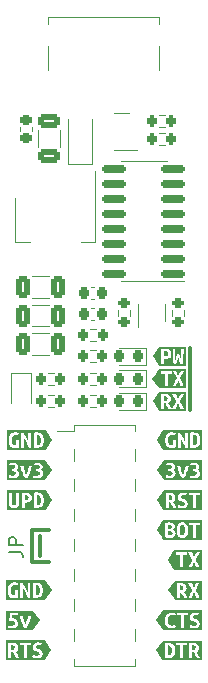
<source format=gto>
G04 #@! TF.GenerationSoftware,KiCad,Pcbnew,7.0.1*
G04 #@! TF.CreationDate,2023-08-15T21:07:27+02:00*
G04 #@! TF.ProjectId,ESP_PROG,4553505f-5052-44f4-972e-6b696361645f,rev?*
G04 #@! TF.SameCoordinates,Original*
G04 #@! TF.FileFunction,Legend,Top*
G04 #@! TF.FilePolarity,Positive*
%FSLAX46Y46*%
G04 Gerber Fmt 4.6, Leading zero omitted, Abs format (unit mm)*
G04 Created by KiCad (PCBNEW 7.0.1) date 2023-08-15 21:07:27*
%MOMM*%
%LPD*%
G01*
G04 APERTURE LIST*
G04 Aperture macros list*
%AMRoundRect*
0 Rectangle with rounded corners*
0 $1 Rounding radius*
0 $2 $3 $4 $5 $6 $7 $8 $9 X,Y pos of 4 corners*
0 Add a 4 corners polygon primitive as box body*
4,1,4,$2,$3,$4,$5,$6,$7,$8,$9,$2,$3,0*
0 Add four circle primitives for the rounded corners*
1,1,$1+$1,$2,$3*
1,1,$1+$1,$4,$5*
1,1,$1+$1,$6,$7*
1,1,$1+$1,$8,$9*
0 Add four rect primitives between the rounded corners*
20,1,$1+$1,$2,$3,$4,$5,0*
20,1,$1+$1,$4,$5,$6,$7,0*
20,1,$1+$1,$6,$7,$8,$9,0*
20,1,$1+$1,$8,$9,$2,$3,0*%
G04 Aperture macros list end*
%ADD10C,0.300000*%
%ADD11C,0.200000*%
%ADD12C,0.120000*%
%ADD13RoundRect,0.200000X-0.275000X0.200000X-0.275000X-0.200000X0.275000X-0.200000X0.275000X0.200000X0*%
%ADD14C,0.650000*%
%ADD15R,0.600000X1.450000*%
%ADD16R,0.300000X1.450000*%
%ADD17O,1.000000X2.100000*%
%ADD18O,1.000000X1.600000*%
%ADD19R,3.150000X1.000000*%
%ADD20RoundRect,0.225000X-0.225000X-0.250000X0.225000X-0.250000X0.225000X0.250000X-0.225000X0.250000X0*%
%ADD21RoundRect,0.200000X0.200000X0.275000X-0.200000X0.275000X-0.200000X-0.275000X0.200000X-0.275000X0*%
%ADD22RoundRect,0.250000X0.325000X0.650000X-0.325000X0.650000X-0.325000X-0.650000X0.325000X-0.650000X0*%
%ADD23RoundRect,0.150000X0.825000X0.150000X-0.825000X0.150000X-0.825000X-0.150000X0.825000X-0.150000X0*%
%ADD24RoundRect,0.200000X-0.200000X-0.275000X0.200000X-0.275000X0.200000X0.275000X-0.200000X0.275000X0*%
%ADD25R,0.700000X1.000000*%
%ADD26R,0.700000X0.600000*%
%ADD27R,1.500000X2.000000*%
%ADD28R,3.800000X2.000000*%
%ADD29RoundRect,0.218750X0.218750X0.256250X-0.218750X0.256250X-0.218750X-0.256250X0.218750X-0.256250X0*%
%ADD30RoundRect,0.250000X0.650000X-0.325000X0.650000X0.325000X-0.650000X0.325000X-0.650000X-0.325000X0*%
%ADD31RoundRect,0.225000X0.225000X0.250000X-0.225000X0.250000X-0.225000X-0.250000X0.225000X-0.250000X0*%
%ADD32R,0.450000X0.600000*%
%ADD33R,1.100000X1.100000*%
%ADD34R,0.600000X0.400000*%
%ADD35R,0.400000X0.650000*%
%ADD36RoundRect,0.225000X0.250000X-0.225000X0.250000X0.225000X-0.250000X0.225000X-0.250000X-0.225000X0*%
G04 APERTURE END LIST*
D10*
X46654540Y-72009000D02*
X48115040Y-72009000D01*
X46654540Y-74676000D02*
X46654540Y-72009000D01*
X47353040Y-74168000D02*
X47353040Y-72517000D01*
X60071000Y-61849000D02*
X60071000Y-56578500D01*
X48115040Y-74676000D02*
X46654540Y-74676000D01*
D11*
X44694142Y-73834571D02*
X45551285Y-73834571D01*
X45551285Y-73834571D02*
X45722714Y-73891714D01*
X45722714Y-73891714D02*
X45837000Y-74006000D01*
X45837000Y-74006000D02*
X45894142Y-74177428D01*
X45894142Y-74177428D02*
X45894142Y-74291714D01*
X45894142Y-73263142D02*
X44694142Y-73263142D01*
X44694142Y-73263142D02*
X44694142Y-72805999D01*
X44694142Y-72805999D02*
X44751285Y-72691714D01*
X44751285Y-72691714D02*
X44808428Y-72634571D01*
X44808428Y-72634571D02*
X44922714Y-72577428D01*
X44922714Y-72577428D02*
X45094142Y-72577428D01*
X45094142Y-72577428D02*
X45208428Y-72634571D01*
X45208428Y-72634571D02*
X45265571Y-72691714D01*
X45265571Y-72691714D02*
X45322714Y-72805999D01*
X45322714Y-72805999D02*
X45322714Y-73263142D01*
G36*
X46068401Y-67778435D02*
G01*
X45075737Y-67778435D01*
X44720772Y-67778435D01*
X44548793Y-67778435D01*
X44548793Y-67536289D01*
X44720772Y-67536289D01*
X44784748Y-67558990D01*
X44874521Y-67581691D01*
X44975645Y-67599233D01*
X45075737Y-67606456D01*
X45194918Y-67598975D01*
X45296558Y-67576532D01*
X45381172Y-67540416D01*
X45449276Y-67491918D01*
X45538017Y-67362934D01*
X45566909Y-67199897D01*
X45553237Y-67096194D01*
X45512220Y-67007969D01*
X45446438Y-66937285D01*
X45358471Y-66886207D01*
X45474041Y-66778892D01*
X45517379Y-66632366D01*
X45513431Y-66609665D01*
X45696926Y-66609665D01*
X45740845Y-66753289D01*
X45785925Y-66891109D01*
X45832166Y-67023124D01*
X45879567Y-67149336D01*
X45943200Y-67306754D01*
X46006144Y-67450185D01*
X46068401Y-67579627D01*
X46280967Y-67579627D01*
X46302156Y-67536289D01*
X46784522Y-67536289D01*
X46848498Y-67558990D01*
X46938271Y-67581691D01*
X47039395Y-67599233D01*
X47139487Y-67606456D01*
X47258668Y-67598975D01*
X47360308Y-67576532D01*
X47444922Y-67540416D01*
X47513026Y-67491918D01*
X47601767Y-67362934D01*
X47630659Y-67199897D01*
X47616987Y-67096194D01*
X47575970Y-67007969D01*
X47510188Y-66937285D01*
X47422221Y-66886207D01*
X47537791Y-66778892D01*
X47581129Y-66632366D01*
X47556364Y-66489967D01*
X47480006Y-66375429D01*
X47348957Y-66300102D01*
X47262538Y-66279981D01*
X47162188Y-66273274D01*
X47052551Y-66282819D01*
X46954781Y-66311453D01*
X46807223Y-66386780D01*
X46898028Y-66572517D01*
X47020821Y-66513701D01*
X47164252Y-66489967D01*
X47280854Y-66530211D01*
X47323161Y-66640621D01*
X47303555Y-66719044D01*
X47252993Y-66768574D01*
X47182826Y-66795402D01*
X47104403Y-66803657D01*
X47009471Y-66803657D01*
X47009471Y-67014160D01*
X47087893Y-67014160D01*
X47200883Y-67024221D01*
X47292204Y-67054403D01*
X47352569Y-67109866D01*
X47372691Y-67195770D01*
X47320065Y-67334041D01*
X47248092Y-67375832D01*
X47137423Y-67389763D01*
X47039653Y-67384087D01*
X46956845Y-67367061D01*
X46834052Y-67323722D01*
X46784522Y-67536289D01*
X46302156Y-67536289D01*
X46344255Y-67450185D01*
X46410295Y-67306754D01*
X46479087Y-67149336D01*
X46530552Y-67023124D01*
X46579695Y-66891109D01*
X46626516Y-66753289D01*
X46671016Y-66609665D01*
X46413047Y-66609665D01*
X46391635Y-66690667D01*
X46364549Y-66776829D01*
X46334108Y-66865828D01*
X46302636Y-66955343D01*
X46270390Y-67043826D01*
X46237628Y-67129730D01*
X46177779Y-67284511D01*
X46121026Y-67129730D01*
X46091360Y-67043826D01*
X46062209Y-66955343D01*
X46034091Y-66865828D01*
X46007520Y-66776829D01*
X45983529Y-66690667D01*
X45963149Y-66609665D01*
X45696926Y-66609665D01*
X45513431Y-66609665D01*
X45492614Y-66489967D01*
X45416256Y-66375429D01*
X45285207Y-66300102D01*
X45198788Y-66279981D01*
X45098438Y-66273274D01*
X44988801Y-66282819D01*
X44891031Y-66311453D01*
X44743473Y-66386780D01*
X44834278Y-66572517D01*
X44957071Y-66513701D01*
X45100502Y-66489967D01*
X45217104Y-66530211D01*
X45259411Y-66640621D01*
X45239805Y-66719044D01*
X45189243Y-66768574D01*
X45119076Y-66795402D01*
X45040653Y-66803657D01*
X44945721Y-66803657D01*
X44945721Y-67014160D01*
X45024143Y-67014160D01*
X45137133Y-67024221D01*
X45228454Y-67054403D01*
X45288819Y-67109866D01*
X45308941Y-67195770D01*
X45256315Y-67334041D01*
X45184342Y-67375832D01*
X45073673Y-67389763D01*
X44975903Y-67384087D01*
X44893095Y-67367061D01*
X44770302Y-67323722D01*
X44720772Y-67536289D01*
X44548793Y-67536289D01*
X44548793Y-66101295D01*
X44720772Y-66101295D01*
X47630659Y-66101295D01*
X47802638Y-66101295D01*
X48361685Y-66939865D01*
X47802638Y-67778435D01*
X47630659Y-67778435D01*
X47139487Y-67778435D01*
X46068401Y-67778435D01*
G37*
G36*
X46258800Y-69042062D02*
G01*
X46329741Y-69076888D01*
X46375402Y-69139574D01*
X46390622Y-69234764D01*
X46375144Y-69335114D01*
X46328709Y-69400896D01*
X46251835Y-69437270D01*
X46145035Y-69449394D01*
X46041848Y-69449394D01*
X46041848Y-69036644D01*
X46104792Y-69031485D01*
X46167737Y-69030453D01*
X46258800Y-69042062D01*
G37*
G36*
X47286289Y-69066569D02*
G01*
X47370903Y-69162533D01*
X47414242Y-69300804D01*
X47426624Y-69461777D01*
X47422755Y-69552840D01*
X47411146Y-69636164D01*
X47359552Y-69773403D01*
X47264620Y-69864208D01*
X47119125Y-69897228D01*
X47096424Y-69897228D01*
X47073723Y-69895164D01*
X47073723Y-69036644D01*
X47110870Y-69031485D01*
X47148018Y-69030453D01*
X47286289Y-69066569D01*
G37*
G36*
X46041848Y-70300347D02*
G01*
X45156499Y-70300347D01*
X44725175Y-70300347D01*
X44553196Y-70300347D01*
X44553196Y-69639259D01*
X44725175Y-69639259D01*
X44730335Y-69745543D01*
X44745813Y-69841507D01*
X44773674Y-69925605D01*
X44815980Y-69996288D01*
X44949092Y-70094316D01*
X45042735Y-70119855D01*
X45156499Y-70128368D01*
X45272069Y-70119855D01*
X45340153Y-70101539D01*
X45788007Y-70101539D01*
X46041848Y-70101539D01*
X46041848Y-70087093D01*
X46819882Y-70087093D01*
X46959185Y-70110826D01*
X47092297Y-70118049D01*
X47216896Y-70109020D01*
X47330660Y-70081934D01*
X47431526Y-70035241D01*
X47517429Y-69967396D01*
X47587339Y-69877365D01*
X47640222Y-69764116D01*
X47673500Y-69626103D01*
X47684593Y-69461777D01*
X47674532Y-69301062D01*
X47644350Y-69165629D01*
X47596110Y-69053670D01*
X47531875Y-68963381D01*
X47451647Y-68894504D01*
X47355425Y-68846779D01*
X47245788Y-68818919D01*
X47125317Y-68809632D01*
X46982918Y-68815823D01*
X46819882Y-68840588D01*
X46819882Y-70087093D01*
X46041848Y-70087093D01*
X46041848Y-69670216D01*
X46132653Y-69670216D01*
X46285256Y-69658865D01*
X46412864Y-69624813D01*
X46515479Y-69568060D01*
X46590576Y-69485854D01*
X46635635Y-69375443D01*
X46650654Y-69236828D01*
X46635749Y-69099589D01*
X46591035Y-68990554D01*
X46516510Y-68909724D01*
X46414928Y-68854117D01*
X46289039Y-68820753D01*
X46138844Y-68809632D01*
X46058358Y-68811696D01*
X45965489Y-68816855D01*
X45871589Y-68826142D01*
X45788007Y-68840588D01*
X45788007Y-70101539D01*
X45340153Y-70101539D01*
X45367002Y-70094316D01*
X45443360Y-70052783D01*
X45503209Y-69996288D01*
X45547064Y-69925605D01*
X45575440Y-69841507D01*
X45590919Y-69745543D01*
X45596078Y-69639259D01*
X45596078Y-68824078D01*
X45342237Y-68824078D01*
X45342237Y-69620686D01*
X45333982Y-69755861D01*
X45305089Y-69844603D01*
X45249368Y-69893101D01*
X45160627Y-69907547D01*
X45071885Y-69893101D01*
X45017196Y-69845634D01*
X44989335Y-69757925D01*
X44981080Y-69622749D01*
X44981080Y-68824078D01*
X44725175Y-68824078D01*
X44725175Y-69639259D01*
X44553196Y-69639259D01*
X44553196Y-68637653D01*
X44725175Y-68637653D01*
X47684593Y-68637653D01*
X47856572Y-68637653D01*
X48410804Y-69469000D01*
X47856572Y-70300347D01*
X47684593Y-70300347D01*
X47092297Y-70300347D01*
X46041848Y-70300347D01*
G37*
G36*
X45103398Y-81752587D02*
G01*
X45175114Y-81788186D01*
X45221548Y-81849067D01*
X45237026Y-81936776D01*
X45179241Y-82080207D01*
X45103398Y-82118129D01*
X44991440Y-82130769D01*
X44935719Y-82130769D01*
X44935719Y-81746911D01*
X44976994Y-81741752D01*
X45012077Y-81740720D01*
X45103398Y-81752587D01*
G37*
G36*
X46246200Y-83010614D02*
G01*
X45579609Y-83010614D01*
X44681877Y-83010614D01*
X44509898Y-83010614D01*
X44509898Y-82811806D01*
X44681877Y-82811806D01*
X44935719Y-82811806D01*
X44935719Y-82341271D01*
X45067799Y-82341271D01*
X45137708Y-82458131D01*
X45202974Y-82573443D01*
X45262049Y-82690303D01*
X45313385Y-82811806D01*
X45579609Y-82811806D01*
X45520792Y-82676631D01*
X45449592Y-82534232D01*
X45373234Y-82398025D01*
X45298939Y-82279359D01*
X45389228Y-82221058D01*
X45449592Y-82141088D01*
X45483644Y-82045123D01*
X45494995Y-81938840D01*
X45486482Y-81838490D01*
X45460943Y-81752071D01*
X45455540Y-81744848D01*
X45653904Y-81744848D01*
X45990295Y-81744848D01*
X45990295Y-82811806D01*
X46246200Y-82811806D01*
X46246200Y-82741639D01*
X46716735Y-82741639D01*
X46859134Y-82804583D01*
X46970060Y-82830122D01*
X47112975Y-82838635D01*
X47257781Y-82827743D01*
X47375759Y-82795067D01*
X47466908Y-82740607D01*
X47554359Y-82622199D01*
X47583510Y-82463033D01*
X47574739Y-82366810D01*
X47548426Y-82288646D01*
X47458653Y-82173076D01*
X47338955Y-82098781D01*
X47214099Y-82048219D01*
X47134644Y-82017263D01*
X47062413Y-81979083D01*
X47009787Y-81929553D01*
X46989150Y-81864545D01*
X47011622Y-81783142D01*
X47079038Y-81734300D01*
X47191397Y-81718019D01*
X47336892Y-81738656D01*
X47451430Y-81788186D01*
X47525725Y-81592130D01*
X47378167Y-81532281D01*
X47282976Y-81512160D01*
X47172824Y-81505453D01*
X47046362Y-81516689D01*
X46939390Y-81550397D01*
X46851910Y-81606576D01*
X46764459Y-81727306D01*
X46735309Y-81887246D01*
X46768329Y-82038932D01*
X46851910Y-82141088D01*
X46964385Y-82209191D01*
X47084082Y-82256658D01*
X47170760Y-82292773D01*
X47249182Y-82336112D01*
X47306967Y-82390801D01*
X47329669Y-82460969D01*
X47320382Y-82521850D01*
X47286330Y-82575507D01*
X47219258Y-82612655D01*
X47112975Y-82626069D01*
X47010045Y-82618846D01*
X46924142Y-82597176D01*
X46791030Y-82535264D01*
X46716735Y-82741639D01*
X46246200Y-82741639D01*
X46246200Y-81744848D01*
X46582591Y-81744848D01*
X46582591Y-81534345D01*
X45653904Y-81534345D01*
X45653904Y-81744848D01*
X45455540Y-81744848D01*
X45362915Y-81621023D01*
X45292747Y-81576136D01*
X45210197Y-81544664D01*
X45116297Y-81526090D01*
X45012077Y-81519899D01*
X44939846Y-81521963D01*
X44853169Y-81527122D01*
X44763395Y-81537441D01*
X44681877Y-81552919D01*
X44681877Y-82811806D01*
X44509898Y-82811806D01*
X44509898Y-81333474D01*
X44681877Y-81333474D01*
X47583510Y-81333474D01*
X47755489Y-81333474D01*
X48314536Y-82172044D01*
X47755489Y-83010614D01*
X47583510Y-83010614D01*
X47112975Y-83010614D01*
X46246200Y-83010614D01*
G37*
D12*
X55005500Y-53356742D02*
X55005500Y-53831258D01*
X53960500Y-53356742D02*
X53960500Y-53831258D01*
X57405000Y-33015000D02*
X57405000Y-31015000D01*
X57405000Y-29115000D02*
X57405000Y-28575000D01*
X57405000Y-28575000D02*
X48005000Y-28575000D01*
X48005000Y-33015000D02*
X48005000Y-31015000D01*
X48005000Y-29115000D02*
X48005000Y-28575000D01*
X48759040Y-63638672D02*
X50199040Y-63638672D01*
X50199040Y-63068672D02*
X50199040Y-63638672D01*
X50199040Y-63068672D02*
X55399040Y-63068672D01*
X50199040Y-65158672D02*
X50199040Y-66178672D01*
X50199040Y-67698672D02*
X50199040Y-68718672D01*
X50199040Y-70238672D02*
X50199040Y-71258672D01*
X50199040Y-72778672D02*
X50199040Y-73798672D01*
X50199040Y-75318672D02*
X50199040Y-76338672D01*
X50199040Y-77858672D02*
X50199040Y-78878672D01*
X50199040Y-80398672D02*
X50199040Y-81418672D01*
X50199040Y-82938672D02*
X50199040Y-83508672D01*
X50199040Y-83508672D02*
X55399040Y-83508672D01*
X55399040Y-63068672D02*
X55399040Y-63638672D01*
X55399040Y-65158672D02*
X55399040Y-66178672D01*
X55399040Y-67698672D02*
X55399040Y-68718672D01*
X55399040Y-70238672D02*
X55399040Y-71258672D01*
X55399040Y-72778672D02*
X55399040Y-73798672D01*
X55399040Y-75318672D02*
X55399040Y-76338672D01*
X55399040Y-77858672D02*
X55399040Y-78878672D01*
X55399040Y-80398672D02*
X55399040Y-81418672D01*
X55399040Y-82938672D02*
X55399040Y-83508672D01*
G36*
X60537351Y-63986186D02*
G01*
X60621965Y-64082150D01*
X60665303Y-64220421D01*
X60677686Y-64381394D01*
X60673816Y-64472457D01*
X60662208Y-64555781D01*
X60610614Y-64693020D01*
X60515682Y-64783825D01*
X60370187Y-64816845D01*
X60347486Y-64816845D01*
X60324785Y-64814782D01*
X60324785Y-63956261D01*
X60361932Y-63951102D01*
X60399080Y-63950070D01*
X60537351Y-63986186D01*
G37*
G36*
X59660257Y-65219964D02*
G01*
X58473601Y-65219964D01*
X57951472Y-65219964D01*
X57779493Y-65219964D01*
X57220446Y-64381394D01*
X57951472Y-64381394D01*
X57960759Y-64536433D01*
X57988620Y-64671351D01*
X58033506Y-64785889D01*
X58093871Y-64879790D01*
X58168940Y-64953053D01*
X58257939Y-65005678D01*
X58359837Y-65037409D01*
X58473601Y-65047985D01*
X58599748Y-65042826D01*
X58705773Y-65027348D01*
X58729337Y-65021156D01*
X59022558Y-65021156D01*
X59251635Y-65021156D01*
X59251635Y-64172955D01*
X59328337Y-64314551D01*
X59401601Y-64455918D01*
X59471424Y-64597056D01*
X59537808Y-64738193D01*
X59600752Y-64879560D01*
X59660257Y-65021156D01*
X59864568Y-65021156D01*
X59864568Y-65006710D01*
X60070943Y-65006710D01*
X60210247Y-65030443D01*
X60343358Y-65037666D01*
X60467957Y-65028638D01*
X60581722Y-65001551D01*
X60682587Y-64954859D01*
X60768491Y-64887013D01*
X60838401Y-64796982D01*
X60891284Y-64683733D01*
X60924562Y-64545720D01*
X60935655Y-64381394D01*
X60925594Y-64220679D01*
X60895412Y-64085246D01*
X60847171Y-63973287D01*
X60782937Y-63882998D01*
X60702709Y-63814121D01*
X60606487Y-63766396D01*
X60496850Y-63738536D01*
X60376378Y-63729249D01*
X60233980Y-63735440D01*
X60070943Y-63760205D01*
X60070943Y-65006710D01*
X59864568Y-65006710D01*
X59864568Y-63743695D01*
X59635492Y-63743695D01*
X59635492Y-64529984D01*
X59599119Y-64449498D01*
X59556038Y-64356629D01*
X59507540Y-64256021D01*
X59454914Y-64152318D01*
X59399451Y-64046809D01*
X59342440Y-63940783D01*
X59284655Y-63838370D01*
X59226870Y-63743695D01*
X59022558Y-63743695D01*
X59022558Y-65021156D01*
X58729337Y-65021156D01*
X58847140Y-64990200D01*
X58847140Y-64352501D01*
X58593298Y-64352501D01*
X58593298Y-64818909D01*
X58543768Y-64825100D01*
X58494238Y-64827164D01*
X58370929Y-64800077D01*
X58281672Y-64718817D01*
X58241544Y-64633171D01*
X58217467Y-64520697D01*
X58209441Y-64381394D01*
X58213826Y-64286719D01*
X58226983Y-64200816D01*
X58284768Y-64060481D01*
X58386923Y-63968644D01*
X58539641Y-63935624D01*
X58675848Y-63958325D01*
X58787291Y-64009919D01*
X58853331Y-63807671D01*
X58811024Y-63782906D01*
X58739825Y-63751950D01*
X58637669Y-63726153D01*
X58504557Y-63714803D01*
X58392599Y-63725379D01*
X58287863Y-63757110D01*
X58193447Y-63809993D01*
X58112445Y-63884030D01*
X58045889Y-63978705D01*
X57994811Y-64093501D01*
X57962307Y-64227903D01*
X57951472Y-64381394D01*
X57220446Y-64381394D01*
X57779493Y-63542824D01*
X57951472Y-63542824D01*
X60935655Y-63542824D01*
X61107634Y-63542824D01*
X61107634Y-65219964D01*
X60935655Y-65219964D01*
X60343358Y-65219964D01*
X59660257Y-65219964D01*
G37*
X51675420Y-51433000D02*
X51956580Y-51433000D01*
X51675420Y-52453000D02*
X51956580Y-52453000D01*
G36*
X58084017Y-56863476D02*
G01*
X58154958Y-56898302D01*
X58200619Y-56960988D01*
X58215839Y-57056179D01*
X58200361Y-57156529D01*
X58153926Y-57222311D01*
X58077051Y-57258684D01*
X57970252Y-57270809D01*
X57867065Y-57270809D01*
X57867065Y-56858059D01*
X57930009Y-56852899D01*
X57992954Y-56851868D01*
X58084017Y-56863476D01*
G37*
G36*
X57867065Y-58094933D02*
G01*
X57613224Y-58094933D01*
X57441245Y-58094933D01*
X57326592Y-57922954D01*
X57613224Y-57922954D01*
X57867065Y-57922954D01*
X57867065Y-57491630D01*
X57957870Y-57491630D01*
X58110473Y-57480279D01*
X58238081Y-57446228D01*
X58340696Y-57389474D01*
X58415793Y-57307268D01*
X58460852Y-57196858D01*
X58475871Y-57058242D01*
X58460966Y-56921003D01*
X58416252Y-56811968D01*
X58341727Y-56731138D01*
X58240145Y-56675532D01*
X58126798Y-56645492D01*
X58581122Y-56645492D01*
X58585766Y-56803111D01*
X58591441Y-56966406D01*
X58598406Y-57132022D01*
X58606919Y-57296606D01*
X58616980Y-57459642D01*
X58628589Y-57620614D01*
X58642003Y-57776170D01*
X58657481Y-57922954D01*
X58867984Y-57922954D01*
X58911322Y-57787262D01*
X58958789Y-57640220D01*
X59007287Y-57493178D01*
X59053721Y-57357486D01*
X59099124Y-57497047D01*
X59144526Y-57643316D01*
X59189929Y-57788036D01*
X59235331Y-57922954D01*
X59445834Y-57922954D01*
X59459506Y-57776428D01*
X59471631Y-57621646D01*
X59482207Y-57461448D01*
X59491236Y-57298669D01*
X59498975Y-57134085D01*
X59505682Y-56968469D01*
X59511874Y-56804659D01*
X59518065Y-56645492D01*
X59282797Y-56645492D01*
X59283313Y-56769575D01*
X59284861Y-56898302D01*
X59286925Y-57028576D01*
X59288989Y-57157303D01*
X59291052Y-57283965D01*
X59293116Y-57408048D01*
X59294664Y-57526972D01*
X59295180Y-57638156D01*
X59248746Y-57473056D01*
X59205407Y-57322402D01*
X59169291Y-57194450D01*
X59144526Y-57097454D01*
X58958789Y-57097454D01*
X58929896Y-57198578D01*
X58889653Y-57338912D01*
X58844251Y-57493694D01*
X58801944Y-57638156D01*
X58802460Y-57526972D01*
X58804007Y-57408048D01*
X58806071Y-57283707D01*
X58808135Y-57156271D01*
X58810199Y-57027028D01*
X58812262Y-56897270D01*
X58814326Y-56769317D01*
X58816390Y-56645492D01*
X58581122Y-56645492D01*
X58126798Y-56645492D01*
X58114256Y-56642168D01*
X57964061Y-56631046D01*
X57883575Y-56633110D01*
X57790706Y-56638269D01*
X57696806Y-56647556D01*
X57613224Y-56662002D01*
X57613224Y-57922954D01*
X57326592Y-57922954D01*
X56895956Y-57277000D01*
X57441245Y-56459067D01*
X57613224Y-56459067D01*
X59518065Y-56459067D01*
X59690044Y-56459067D01*
X59690044Y-58094933D01*
X59518065Y-58094933D01*
X59445834Y-58094933D01*
X57867065Y-58094933D01*
G37*
G36*
X58416750Y-69059215D02*
G01*
X58488465Y-69094814D01*
X58534900Y-69155695D01*
X58550378Y-69243404D01*
X58492593Y-69386835D01*
X58416750Y-69424757D01*
X58304792Y-69437397D01*
X58249070Y-69437397D01*
X58249070Y-69053539D01*
X58290345Y-69048380D01*
X58325429Y-69047348D01*
X58416750Y-69059215D01*
G37*
G36*
X59394452Y-70317242D02*
G01*
X58892960Y-70317242D01*
X57995229Y-70317242D01*
X57823250Y-70317242D01*
X57690711Y-70118434D01*
X57995229Y-70118434D01*
X58249070Y-70118434D01*
X58249070Y-69647899D01*
X58381150Y-69647899D01*
X58451060Y-69764759D01*
X58516326Y-69880071D01*
X58575401Y-69996931D01*
X58626737Y-70118434D01*
X58892960Y-70118434D01*
X58862429Y-70048267D01*
X58998212Y-70048267D01*
X59140610Y-70111211D01*
X59251537Y-70136750D01*
X59394452Y-70145263D01*
X59539258Y-70134371D01*
X59657236Y-70101695D01*
X59748385Y-70047235D01*
X59835836Y-69928827D01*
X59864987Y-69769661D01*
X59856216Y-69673438D01*
X59829903Y-69595274D01*
X59740130Y-69479704D01*
X59620432Y-69405409D01*
X59495575Y-69354847D01*
X59416121Y-69323891D01*
X59343890Y-69285711D01*
X59291264Y-69236181D01*
X59270627Y-69171173D01*
X59293099Y-69089770D01*
X59360514Y-69040928D01*
X59472874Y-69024647D01*
X59618368Y-69045284D01*
X59732907Y-69094814D01*
X59749330Y-69051476D01*
X59999130Y-69051476D01*
X60335522Y-69051476D01*
X60335522Y-70118434D01*
X60591427Y-70118434D01*
X60591427Y-69051476D01*
X60927818Y-69051476D01*
X60927818Y-68840973D01*
X59999130Y-68840973D01*
X59999130Y-69051476D01*
X59749330Y-69051476D01*
X59807202Y-68898758D01*
X59659643Y-68838909D01*
X59564453Y-68818788D01*
X59454300Y-68812081D01*
X59327838Y-68823317D01*
X59220867Y-68857025D01*
X59133387Y-68913204D01*
X59045936Y-69033934D01*
X59016785Y-69193874D01*
X59049805Y-69345560D01*
X59133387Y-69447716D01*
X59245862Y-69515819D01*
X59365559Y-69563286D01*
X59452237Y-69599401D01*
X59530659Y-69642740D01*
X59588444Y-69697429D01*
X59611145Y-69767597D01*
X59601858Y-69828478D01*
X59567807Y-69882135D01*
X59500735Y-69919283D01*
X59394452Y-69932697D01*
X59291522Y-69925474D01*
X59205618Y-69903804D01*
X59072507Y-69841892D01*
X58998212Y-70048267D01*
X58862429Y-70048267D01*
X58834143Y-69983259D01*
X58762944Y-69840860D01*
X58686585Y-69704653D01*
X58612290Y-69585987D01*
X58702579Y-69527686D01*
X58762944Y-69447716D01*
X58796996Y-69351751D01*
X58808347Y-69245468D01*
X58799834Y-69145118D01*
X58774295Y-69058699D01*
X58676267Y-68927651D01*
X58606099Y-68882764D01*
X58523549Y-68851292D01*
X58429648Y-68832718D01*
X58325429Y-68826527D01*
X58253198Y-68828591D01*
X58166520Y-68833750D01*
X58076747Y-68844069D01*
X57995229Y-68859547D01*
X57995229Y-70118434D01*
X57690711Y-70118434D01*
X57264203Y-69478672D01*
X57823250Y-68640102D01*
X57995229Y-68640102D01*
X60927818Y-68640102D01*
X61099797Y-68640102D01*
X61099797Y-70317242D01*
X60927818Y-70317242D01*
X60591427Y-70317242D01*
X59394452Y-70317242D01*
G37*
G36*
X58022362Y-60673734D02*
G01*
X58094077Y-60709334D01*
X58140512Y-60770214D01*
X58155990Y-60857924D01*
X58098205Y-61001354D01*
X58022362Y-61039276D01*
X57910404Y-61051916D01*
X57854682Y-61051916D01*
X57854682Y-60668059D01*
X57895957Y-60662899D01*
X57931041Y-60661868D01*
X58022362Y-60673734D01*
G37*
G36*
X58498572Y-61904933D02*
G01*
X57600841Y-61904933D01*
X57428862Y-61904933D01*
X57314209Y-61732954D01*
X57600841Y-61732954D01*
X57854682Y-61732954D01*
X57854682Y-61262419D01*
X57986762Y-61262419D01*
X58056672Y-61379279D01*
X58121938Y-61494591D01*
X58181013Y-61611450D01*
X58232349Y-61732954D01*
X58498572Y-61732954D01*
X58543975Y-61732954D01*
X58818454Y-61732954D01*
X58865920Y-61621253D01*
X58921641Y-61496654D01*
X58981490Y-61367928D01*
X59041339Y-61243845D01*
X59101961Y-61371798D01*
X59160004Y-61499750D01*
X59212372Y-61622027D01*
X59255969Y-61732954D01*
X59530447Y-61732954D01*
X59474726Y-61597778D01*
X59436805Y-61515228D01*
X59393208Y-61426487D01*
X59344968Y-61333360D01*
X59293116Y-61237654D01*
X59238943Y-61142721D01*
X59183737Y-61051916D01*
X59509810Y-60455492D01*
X59253905Y-60455492D01*
X59041339Y-60864115D01*
X58839091Y-60455492D01*
X58564612Y-60455492D01*
X58898940Y-61058108D01*
X58848378Y-61148655D01*
X58795752Y-61242813D01*
X58743385Y-61337488D01*
X58693597Y-61429583D01*
X58647162Y-61517292D01*
X58604856Y-61598810D01*
X58543975Y-61732954D01*
X58498572Y-61732954D01*
X58439756Y-61597778D01*
X58368556Y-61455379D01*
X58292197Y-61319172D01*
X58217902Y-61200506D01*
X58308191Y-61142205D01*
X58368556Y-61062235D01*
X58402608Y-60966271D01*
X58413959Y-60859987D01*
X58405446Y-60759638D01*
X58379907Y-60673218D01*
X58281879Y-60542170D01*
X58211711Y-60497283D01*
X58129161Y-60465811D01*
X58035261Y-60447237D01*
X57931041Y-60441046D01*
X57858810Y-60443110D01*
X57772132Y-60448269D01*
X57682359Y-60458588D01*
X57600841Y-60474066D01*
X57600841Y-61732954D01*
X57314209Y-61732954D01*
X56883573Y-61087000D01*
X57428862Y-60269067D01*
X57600841Y-60269067D01*
X59530447Y-60269067D01*
X59702427Y-60269067D01*
X59702427Y-61904933D01*
X59530447Y-61904933D01*
X59255969Y-61904933D01*
X58498572Y-61904933D01*
G37*
X52052440Y-61619641D02*
X51577924Y-61619641D01*
X52052440Y-60574641D02*
X51577924Y-60574641D01*
G36*
X58525195Y-72122123D02*
G01*
X58584012Y-72255235D01*
X58563374Y-72347072D01*
X58510748Y-72402793D01*
X58437485Y-72429622D01*
X58352872Y-72436845D01*
X58289927Y-72434782D01*
X58231110Y-72428590D01*
X58231110Y-72081880D01*
X58367318Y-72081880D01*
X58525195Y-72122123D01*
G37*
G36*
X58414784Y-71575230D02*
G01*
X58472569Y-71595867D01*
X58511780Y-71639206D01*
X58526227Y-71712469D01*
X58476697Y-71829071D01*
X58330170Y-71871378D01*
X58231110Y-71871378D01*
X58231110Y-71578325D01*
X58286832Y-71572134D01*
X58346680Y-71570070D01*
X58414784Y-71575230D01*
G37*
G36*
X59518890Y-71590708D02*
G01*
X59579771Y-71685640D01*
X59608663Y-71827007D01*
X59614081Y-71911363D01*
X59615887Y-72001394D01*
X59614081Y-72091167D01*
X59608663Y-72174749D01*
X59579771Y-72316116D01*
X59517858Y-72412080D01*
X59413639Y-72447164D01*
X59308388Y-72412080D01*
X59247507Y-72317148D01*
X59218615Y-72175781D01*
X59213197Y-72091425D01*
X59211392Y-72001394D01*
X59213197Y-71911621D01*
X59218615Y-71828039D01*
X59247507Y-71686672D01*
X59308388Y-71590708D01*
X59413639Y-71555624D01*
X59518890Y-71590708D01*
G37*
G36*
X59415703Y-72839964D02*
G01*
X58332234Y-72839964D01*
X57977269Y-72839964D01*
X57805290Y-72839964D01*
X57658993Y-72620519D01*
X57977269Y-72620519D01*
X58066526Y-72636771D01*
X58156815Y-72648380D01*
X58246073Y-72655345D01*
X58332234Y-72657666D01*
X58434132Y-72652765D01*
X58529322Y-72638061D01*
X58614968Y-72611748D01*
X58688231Y-72572021D01*
X58794514Y-72448196D01*
X58823923Y-72361260D01*
X58833725Y-72255235D01*
X58822117Y-72168558D01*
X58787291Y-72086008D01*
X58719961Y-72013776D01*
X58695713Y-72001394D01*
X58953423Y-72001394D01*
X58960839Y-72156369D01*
X58983089Y-72291093D01*
X59020172Y-72405567D01*
X59072088Y-72499790D01*
X59163008Y-72593232D01*
X59277546Y-72649297D01*
X59415703Y-72667985D01*
X59550535Y-72649297D01*
X59663353Y-72593232D01*
X59754158Y-72499790D01*
X59806526Y-72405567D01*
X59843931Y-72291093D01*
X59866374Y-72156369D01*
X59873855Y-72001394D01*
X59866503Y-71846419D01*
X59844447Y-71711695D01*
X59807686Y-71597221D01*
X59795111Y-71574198D01*
X59981170Y-71574198D01*
X60317562Y-71574198D01*
X60317562Y-72641156D01*
X60573467Y-72641156D01*
X60573467Y-71574198D01*
X60909858Y-71574198D01*
X60909858Y-71363695D01*
X59981170Y-71363695D01*
X59981170Y-71574198D01*
X59795111Y-71574198D01*
X59756222Y-71502998D01*
X59665875Y-71409556D01*
X59551681Y-71353491D01*
X59413639Y-71334803D01*
X59279725Y-71353491D01*
X59166906Y-71409556D01*
X59075184Y-71502998D01*
X59021914Y-71597221D01*
X58983863Y-71711695D01*
X58961033Y-71846419D01*
X58953423Y-72001394D01*
X58695713Y-72001394D01*
X58610840Y-71958055D01*
X58729506Y-71846613D01*
X58762784Y-71771286D01*
X58773877Y-71685640D01*
X58755303Y-71565943D01*
X58685135Y-71457596D01*
X58542737Y-71379173D01*
X58438517Y-71356730D01*
X58307469Y-71349249D01*
X58136178Y-71358536D01*
X57977269Y-71380205D01*
X57977269Y-72620519D01*
X57658993Y-72620519D01*
X57246243Y-72001394D01*
X57805290Y-71162824D01*
X57977269Y-71162824D01*
X60909858Y-71162824D01*
X61081837Y-71162824D01*
X61081837Y-72839964D01*
X60909858Y-72839964D01*
X60573467Y-72839964D01*
X59415703Y-72839964D01*
G37*
G36*
X47278304Y-63986186D02*
G01*
X47362918Y-64082150D01*
X47406257Y-64220421D01*
X47418639Y-64381394D01*
X47414769Y-64472457D01*
X47403161Y-64555781D01*
X47351567Y-64693020D01*
X47256635Y-64783825D01*
X47111140Y-64816845D01*
X47088439Y-64816845D01*
X47065738Y-64814782D01*
X47065738Y-63956261D01*
X47102885Y-63951102D01*
X47140033Y-63950070D01*
X47278304Y-63986186D01*
G37*
G36*
X46401210Y-65219964D02*
G01*
X45214554Y-65219964D01*
X44692425Y-65219964D01*
X44520446Y-65219964D01*
X44520446Y-64381394D01*
X44692425Y-64381394D01*
X44701712Y-64536433D01*
X44729573Y-64671351D01*
X44774459Y-64785889D01*
X44834824Y-64879790D01*
X44909893Y-64953053D01*
X44998892Y-65005678D01*
X45100790Y-65037409D01*
X45214554Y-65047985D01*
X45340701Y-65042826D01*
X45446726Y-65027348D01*
X45470290Y-65021156D01*
X45763512Y-65021156D01*
X45992588Y-65021156D01*
X45992588Y-64172955D01*
X46069290Y-64314551D01*
X46142554Y-64455918D01*
X46212377Y-64597056D01*
X46278761Y-64738193D01*
X46341705Y-64879560D01*
X46401210Y-65021156D01*
X46605522Y-65021156D01*
X46605522Y-65006710D01*
X46811897Y-65006710D01*
X46951200Y-65030443D01*
X47084312Y-65037666D01*
X47208910Y-65028638D01*
X47322675Y-65001551D01*
X47423540Y-64954859D01*
X47509444Y-64887013D01*
X47579354Y-64796982D01*
X47632237Y-64683733D01*
X47665515Y-64545720D01*
X47676608Y-64381394D01*
X47666547Y-64220679D01*
X47636365Y-64085246D01*
X47588124Y-63973287D01*
X47523890Y-63882998D01*
X47443662Y-63814121D01*
X47347440Y-63766396D01*
X47237803Y-63738536D01*
X47117332Y-63729249D01*
X46974933Y-63735440D01*
X46811897Y-63760205D01*
X46811897Y-65006710D01*
X46605522Y-65006710D01*
X46605522Y-63743695D01*
X46376445Y-63743695D01*
X46376445Y-64529984D01*
X46340072Y-64449498D01*
X46296991Y-64356629D01*
X46248493Y-64256021D01*
X46195867Y-64152318D01*
X46140404Y-64046809D01*
X46083393Y-63940783D01*
X46025608Y-63838370D01*
X45967823Y-63743695D01*
X45763512Y-63743695D01*
X45763512Y-65021156D01*
X45470290Y-65021156D01*
X45588093Y-64990200D01*
X45588093Y-64352501D01*
X45334252Y-64352501D01*
X45334252Y-64818909D01*
X45284722Y-64825100D01*
X45235192Y-64827164D01*
X45111882Y-64800077D01*
X45022625Y-64718817D01*
X44982497Y-64633171D01*
X44958420Y-64520697D01*
X44950394Y-64381394D01*
X44954779Y-64286719D01*
X44967936Y-64200816D01*
X45025721Y-64060481D01*
X45127877Y-63968644D01*
X45280594Y-63935624D01*
X45416802Y-63958325D01*
X45528244Y-64009919D01*
X45594284Y-63807671D01*
X45551977Y-63782906D01*
X45480778Y-63751950D01*
X45378622Y-63726153D01*
X45245510Y-63714803D01*
X45133552Y-63725379D01*
X45028817Y-63757110D01*
X44934400Y-63809993D01*
X44853398Y-63884030D01*
X44786842Y-63978705D01*
X44735764Y-64093501D01*
X44703260Y-64227903D01*
X44692425Y-64381394D01*
X44520446Y-64381394D01*
X44520446Y-63542824D01*
X44692425Y-63542824D01*
X47676608Y-63542824D01*
X47848587Y-63542824D01*
X48407634Y-64381394D01*
X47848587Y-65219964D01*
X47676608Y-65219964D01*
X47084312Y-65219964D01*
X46401210Y-65219964D01*
G37*
X48497258Y-59704500D02*
X48022742Y-59704500D01*
X48497258Y-58659500D02*
X48022742Y-58659500D01*
G36*
X59542780Y-80475336D02*
G01*
X58477885Y-80475336D01*
X57922737Y-80475336D01*
X57750757Y-80475336D01*
X57191710Y-79636766D01*
X57922737Y-79636766D01*
X57931637Y-79787549D01*
X57958336Y-79920016D01*
X58002836Y-80034167D01*
X58065135Y-80130002D01*
X58174285Y-80226311D01*
X58311868Y-80284096D01*
X58477885Y-80303357D01*
X58590618Y-80296392D01*
X58689420Y-80275497D01*
X58834914Y-80214616D01*
X58770938Y-80014432D01*
X58666718Y-80059835D01*
X58502650Y-80082536D01*
X58355350Y-80053386D01*
X58256032Y-79965934D01*
X58214184Y-79876849D01*
X58189075Y-79765062D01*
X58180705Y-79630575D01*
X58187671Y-79515005D01*
X58208566Y-79420072D01*
X58280797Y-79284897D01*
X58381921Y-79212665D01*
X58498523Y-79190996D01*
X58652272Y-79212665D01*
X58766810Y-79265291D01*
X58785005Y-79209570D01*
X58950484Y-79209570D01*
X59286875Y-79209570D01*
X59286875Y-80276528D01*
X59542780Y-80276528D01*
X59542780Y-80206361D01*
X60013315Y-80206361D01*
X60155714Y-80269305D01*
X60266641Y-80294844D01*
X60409555Y-80303357D01*
X60554362Y-80292465D01*
X60672340Y-80259789D01*
X60763488Y-80205329D01*
X60850940Y-80086921D01*
X60880090Y-79927755D01*
X60871319Y-79831532D01*
X60845007Y-79753368D01*
X60755233Y-79637798D01*
X60635536Y-79563503D01*
X60510679Y-79512941D01*
X60431225Y-79481985D01*
X60358993Y-79443805D01*
X60306368Y-79394275D01*
X60285730Y-79329267D01*
X60308202Y-79247864D01*
X60375618Y-79199022D01*
X60487978Y-79182741D01*
X60633472Y-79203378D01*
X60748010Y-79252908D01*
X60822305Y-79056852D01*
X60674747Y-78997003D01*
X60579557Y-78976882D01*
X60469404Y-78970175D01*
X60342942Y-78981411D01*
X60235971Y-79015119D01*
X60148491Y-79071298D01*
X60061040Y-79192028D01*
X60031889Y-79351968D01*
X60064909Y-79503654D01*
X60148491Y-79605810D01*
X60260965Y-79673913D01*
X60380663Y-79721380D01*
X60467340Y-79757495D01*
X60545763Y-79800834D01*
X60603548Y-79855523D01*
X60626249Y-79925691D01*
X60616962Y-79986572D01*
X60582910Y-80040229D01*
X60515838Y-80077377D01*
X60409555Y-80090791D01*
X60306626Y-80083568D01*
X60220722Y-80061898D01*
X60087610Y-79999986D01*
X60013315Y-80206361D01*
X59542780Y-80206361D01*
X59542780Y-79209570D01*
X59879172Y-79209570D01*
X59879172Y-78999067D01*
X58950484Y-78999067D01*
X58950484Y-79209570D01*
X58785005Y-79209570D01*
X58832850Y-79063043D01*
X58790543Y-79038278D01*
X58721408Y-79007322D01*
X58625443Y-78981525D01*
X58502650Y-78970175D01*
X58381663Y-78981267D01*
X58270478Y-79014545D01*
X58171418Y-79069235D01*
X58086805Y-79144562D01*
X58017927Y-79239752D01*
X57966075Y-79354032D01*
X57933571Y-79486628D01*
X57922737Y-79636766D01*
X57191710Y-79636766D01*
X57750757Y-78798196D01*
X57922737Y-78798196D01*
X60880090Y-78798196D01*
X61052070Y-78798196D01*
X61052070Y-80475336D01*
X60880090Y-80475336D01*
X60409555Y-80475336D01*
X59542780Y-80475336D01*
G37*
X48082252Y-54758000D02*
X46659748Y-54758000D01*
X48082252Y-52938000D02*
X46659748Y-52938000D01*
G36*
X59485849Y-75337814D02*
G01*
X58893553Y-75337814D01*
X58721574Y-75337814D01*
X58181101Y-74527104D01*
X58466586Y-74098876D01*
X58893553Y-74098876D01*
X59229944Y-74098876D01*
X59229944Y-75165835D01*
X59485849Y-75165835D01*
X59896536Y-75165835D01*
X60171014Y-75165835D01*
X60218481Y-75054134D01*
X60274202Y-74929535D01*
X60334051Y-74800809D01*
X60393899Y-74676726D01*
X60454522Y-74804678D01*
X60512565Y-74932631D01*
X60564933Y-75054908D01*
X60608529Y-75165835D01*
X60883008Y-75165835D01*
X60827287Y-75030659D01*
X60789365Y-74948109D01*
X60745769Y-74859368D01*
X60697529Y-74766241D01*
X60645677Y-74670535D01*
X60591503Y-74575602D01*
X60536298Y-74484797D01*
X60862371Y-73888373D01*
X60606466Y-73888373D01*
X60393899Y-74296996D01*
X60191652Y-73888373D01*
X59917173Y-73888373D01*
X60251501Y-74490988D01*
X60200939Y-74581535D01*
X60148313Y-74675694D01*
X60095945Y-74770369D01*
X60046157Y-74862463D01*
X59999723Y-74950173D01*
X59957416Y-75031691D01*
X59896536Y-75165835D01*
X59485849Y-75165835D01*
X59485849Y-74098876D01*
X59822241Y-74098876D01*
X59822241Y-73888373D01*
X58893553Y-73888373D01*
X58893553Y-74098876D01*
X58466586Y-74098876D01*
X58721574Y-73716394D01*
X58893553Y-73716394D01*
X60883008Y-73716394D01*
X61054987Y-73716394D01*
X61054987Y-75337814D01*
X60883008Y-75337814D01*
X60608529Y-75337814D01*
X59485849Y-75337814D01*
G37*
X52056839Y-57796418D02*
X51582323Y-57796418D01*
X52056839Y-56751418D02*
X51582323Y-56751418D01*
X56134000Y-50907000D02*
X59584000Y-50907000D01*
X56134000Y-50907000D02*
X54184000Y-50907000D01*
X56134000Y-40787000D02*
X58084000Y-40787000D01*
X56134000Y-40787000D02*
X54184000Y-40787000D01*
G36*
X59336248Y-67777242D02*
G01*
X58343585Y-67777242D01*
X57988620Y-67777242D01*
X57816641Y-67777242D01*
X57655210Y-67535096D01*
X57988620Y-67535096D01*
X58052596Y-67557797D01*
X58142369Y-67580498D01*
X58243493Y-67598040D01*
X58343585Y-67605263D01*
X58462766Y-67597782D01*
X58564406Y-67575339D01*
X58649020Y-67539223D01*
X58717123Y-67490725D01*
X58805865Y-67361741D01*
X58834757Y-67198704D01*
X58821085Y-67095001D01*
X58780068Y-67006776D01*
X58714286Y-66936092D01*
X58626318Y-66885014D01*
X58741888Y-66777699D01*
X58785227Y-66631173D01*
X58781279Y-66608472D01*
X58964773Y-66608472D01*
X59008693Y-66752096D01*
X59053773Y-66889916D01*
X59100014Y-67021931D01*
X59147415Y-67148143D01*
X59211048Y-67305561D01*
X59273992Y-67448992D01*
X59336248Y-67578434D01*
X59548815Y-67578434D01*
X59570004Y-67535096D01*
X60052370Y-67535096D01*
X60116346Y-67557797D01*
X60206119Y-67580498D01*
X60307243Y-67598040D01*
X60407335Y-67605263D01*
X60526516Y-67597782D01*
X60628156Y-67575339D01*
X60712770Y-67539223D01*
X60780873Y-67490725D01*
X60869615Y-67361741D01*
X60898507Y-67198704D01*
X60884835Y-67095001D01*
X60843818Y-67006776D01*
X60778036Y-66936092D01*
X60690068Y-66885014D01*
X60805638Y-66777699D01*
X60848977Y-66631173D01*
X60824212Y-66488774D01*
X60747853Y-66374236D01*
X60616805Y-66298909D01*
X60530386Y-66278788D01*
X60430036Y-66272081D01*
X60320399Y-66281626D01*
X60222629Y-66310260D01*
X60075071Y-66385587D01*
X60165876Y-66571324D01*
X60288669Y-66512508D01*
X60432100Y-66488774D01*
X60548702Y-66529018D01*
X60591008Y-66639428D01*
X60571403Y-66717851D01*
X60520841Y-66767381D01*
X60450673Y-66794209D01*
X60372251Y-66802464D01*
X60277318Y-66802464D01*
X60277318Y-67012967D01*
X60355741Y-67012967D01*
X60468731Y-67023028D01*
X60560052Y-67053210D01*
X60620417Y-67108673D01*
X60640538Y-67194577D01*
X60587913Y-67332848D01*
X60515940Y-67374639D01*
X60405271Y-67388570D01*
X60307501Y-67382894D01*
X60224693Y-67365868D01*
X60101900Y-67322529D01*
X60052370Y-67535096D01*
X59570004Y-67535096D01*
X59612103Y-67448992D01*
X59678143Y-67305561D01*
X59746935Y-67148143D01*
X59798399Y-67021931D01*
X59847543Y-66889916D01*
X59894364Y-66752096D01*
X59938863Y-66608472D01*
X59680895Y-66608472D01*
X59659483Y-66689474D01*
X59632397Y-66775636D01*
X59601956Y-66864635D01*
X59570484Y-66954150D01*
X59538238Y-67042633D01*
X59505476Y-67128537D01*
X59445627Y-67283318D01*
X59388874Y-67128537D01*
X59359208Y-67042633D01*
X59330057Y-66954150D01*
X59301939Y-66864635D01*
X59275368Y-66775636D01*
X59251377Y-66689474D01*
X59230997Y-66608472D01*
X58964773Y-66608472D01*
X58781279Y-66608472D01*
X58760462Y-66488774D01*
X58684103Y-66374236D01*
X58553055Y-66298909D01*
X58466636Y-66278788D01*
X58366286Y-66272081D01*
X58256649Y-66281626D01*
X58158879Y-66310260D01*
X58011321Y-66385587D01*
X58102126Y-66571324D01*
X58224919Y-66512508D01*
X58368350Y-66488774D01*
X58484952Y-66529018D01*
X58527258Y-66639428D01*
X58507653Y-66717851D01*
X58457091Y-66767381D01*
X58386923Y-66794209D01*
X58308501Y-66802464D01*
X58213568Y-66802464D01*
X58213568Y-67012967D01*
X58291991Y-67012967D01*
X58404981Y-67023028D01*
X58496302Y-67053210D01*
X58556667Y-67108673D01*
X58576788Y-67194577D01*
X58524163Y-67332848D01*
X58452190Y-67374639D01*
X58341521Y-67388570D01*
X58243751Y-67382894D01*
X58160943Y-67365868D01*
X58038150Y-67322529D01*
X57988620Y-67535096D01*
X57655210Y-67535096D01*
X57257594Y-66938672D01*
X57816641Y-66100102D01*
X57988620Y-66100102D01*
X60898507Y-66100102D01*
X61070486Y-66100102D01*
X61070486Y-67777242D01*
X60898507Y-67777242D01*
X60407335Y-67777242D01*
X59336248Y-67777242D01*
G37*
X57420742Y-36815500D02*
X57895258Y-36815500D01*
X57420742Y-37860500D02*
X57895258Y-37860500D01*
X54879000Y-36667000D02*
X53579000Y-36667000D01*
X53579000Y-39787000D02*
X55579000Y-39787000D01*
X52062237Y-56031601D02*
X51587721Y-56031601D01*
X52062237Y-54986601D02*
X51587721Y-54986601D01*
X48497258Y-61609500D02*
X48022742Y-61609500D01*
X48497258Y-60564500D02*
X48022742Y-60564500D01*
X52051000Y-41620000D02*
X52051000Y-47630000D01*
X45231000Y-43870000D02*
X45231000Y-47630000D01*
X52051000Y-47630000D02*
X50791000Y-47630000D01*
X45231000Y-47630000D02*
X46491000Y-47630000D01*
X48082252Y-52345000D02*
X46659748Y-52345000D01*
X48082252Y-50525000D02*
X46659748Y-50525000D01*
X59577500Y-53356742D02*
X59577500Y-53831258D01*
X58532500Y-53356742D02*
X58532500Y-53831258D01*
G36*
X59368159Y-76698606D02*
G01*
X59439874Y-76734206D01*
X59486309Y-76795086D01*
X59501787Y-76882796D01*
X59444002Y-77026226D01*
X59368159Y-77064148D01*
X59256201Y-77076788D01*
X59200479Y-77076788D01*
X59200479Y-76692931D01*
X59241754Y-76687771D01*
X59276838Y-76686740D01*
X59368159Y-76698606D01*
G37*
G36*
X59844369Y-77929805D02*
G01*
X58946638Y-77929805D01*
X58774659Y-77929805D01*
X58660006Y-77757826D01*
X58946638Y-77757826D01*
X59200479Y-77757826D01*
X59200479Y-77287291D01*
X59332559Y-77287291D01*
X59402469Y-77404151D01*
X59467735Y-77519463D01*
X59526810Y-77636322D01*
X59578146Y-77757826D01*
X59844369Y-77757826D01*
X59889772Y-77757826D01*
X60164251Y-77757826D01*
X60211717Y-77646125D01*
X60267438Y-77521526D01*
X60327287Y-77392800D01*
X60387136Y-77268717D01*
X60447758Y-77396670D01*
X60505801Y-77524622D01*
X60558169Y-77646899D01*
X60601766Y-77757826D01*
X60876244Y-77757826D01*
X60820523Y-77622650D01*
X60782602Y-77540100D01*
X60739005Y-77451359D01*
X60690765Y-77358232D01*
X60638913Y-77262526D01*
X60584740Y-77167593D01*
X60529534Y-77076788D01*
X60855607Y-76480364D01*
X60599702Y-76480364D01*
X60387136Y-76888987D01*
X60184888Y-76480364D01*
X59910409Y-76480364D01*
X60244737Y-77082980D01*
X60194175Y-77173527D01*
X60141549Y-77267685D01*
X60089182Y-77362360D01*
X60039394Y-77454455D01*
X59992959Y-77542164D01*
X59950653Y-77623682D01*
X59889772Y-77757826D01*
X59844369Y-77757826D01*
X59785553Y-77622650D01*
X59714353Y-77480251D01*
X59637994Y-77344044D01*
X59563699Y-77225378D01*
X59653988Y-77167077D01*
X59714353Y-77087107D01*
X59748405Y-76991143D01*
X59759756Y-76884859D01*
X59751243Y-76784510D01*
X59725704Y-76698090D01*
X59627676Y-76567042D01*
X59557508Y-76522155D01*
X59474958Y-76490683D01*
X59381058Y-76472109D01*
X59276838Y-76465918D01*
X59204607Y-76467982D01*
X59117929Y-76473141D01*
X59028156Y-76483460D01*
X58946638Y-76498938D01*
X58946638Y-77757826D01*
X58660006Y-77757826D01*
X58229370Y-77111872D01*
X58774659Y-76293939D01*
X58946638Y-76293939D01*
X60876244Y-76293939D01*
X61048224Y-76293939D01*
X61048224Y-77929805D01*
X60876244Y-77929805D01*
X60601766Y-77929805D01*
X59844369Y-77929805D01*
G37*
X56349000Y-61822000D02*
X56349000Y-60352000D01*
X56349000Y-60352000D02*
X54064000Y-60352000D01*
X54064000Y-61822000D02*
X56349000Y-61822000D01*
X48082252Y-57171000D02*
X46659748Y-57171000D01*
X48082252Y-55351000D02*
X46659748Y-55351000D01*
X47223000Y-39550360D02*
X47223000Y-38127856D01*
X49043000Y-39550360D02*
X49043000Y-38127856D01*
G36*
X60412897Y-81754977D02*
G01*
X60484613Y-81790577D01*
X60531047Y-81851457D01*
X60546525Y-81939167D01*
X60488740Y-82082597D01*
X60412897Y-82120519D01*
X60300939Y-82133159D01*
X60245218Y-82133159D01*
X60245218Y-81749302D01*
X60286493Y-81744142D01*
X60321576Y-81743110D01*
X60412897Y-81754977D01*
G37*
G36*
X58394034Y-81779226D02*
G01*
X58478648Y-81875190D01*
X58521986Y-82013462D01*
X58534369Y-82174434D01*
X58530499Y-82265497D01*
X58518891Y-82348821D01*
X58467297Y-82486061D01*
X58372364Y-82576865D01*
X58226870Y-82609886D01*
X58204169Y-82609886D01*
X58181468Y-82607822D01*
X58181468Y-81749302D01*
X58218615Y-81744142D01*
X58255763Y-81743110D01*
X58394034Y-81779226D01*
G37*
G36*
X59491949Y-83002686D02*
G01*
X58200041Y-83002686D01*
X57927626Y-83002686D01*
X57755647Y-83002686D01*
X57620357Y-82799751D01*
X57927626Y-82799751D01*
X58066929Y-82823484D01*
X58200041Y-82830707D01*
X58324640Y-82821678D01*
X58438404Y-82794591D01*
X58539270Y-82747899D01*
X58625174Y-82680053D01*
X58695083Y-82590022D01*
X58747967Y-82476774D01*
X58781245Y-82338760D01*
X58792338Y-82174434D01*
X58782277Y-82013720D01*
X58752094Y-81878286D01*
X58703854Y-81766328D01*
X58690273Y-81747238D01*
X58899653Y-81747238D01*
X59236044Y-81747238D01*
X59236044Y-82814197D01*
X59491949Y-82814197D01*
X59991376Y-82814197D01*
X60245218Y-82814197D01*
X60245218Y-82343662D01*
X60377298Y-82343662D01*
X60447207Y-82460522D01*
X60512473Y-82575834D01*
X60571548Y-82692693D01*
X60622884Y-82814197D01*
X60889108Y-82814197D01*
X60830291Y-82679021D01*
X60759091Y-82536622D01*
X60682733Y-82400415D01*
X60608438Y-82281749D01*
X60698727Y-82223448D01*
X60759091Y-82143478D01*
X60793143Y-82047514D01*
X60804494Y-81941230D01*
X60795981Y-81840881D01*
X60770442Y-81754461D01*
X60672414Y-81623413D01*
X60602246Y-81578526D01*
X60519696Y-81547054D01*
X60425796Y-81528480D01*
X60321576Y-81522289D01*
X60249345Y-81524353D01*
X60162668Y-81529512D01*
X60072894Y-81539831D01*
X59991376Y-81555309D01*
X59991376Y-82814197D01*
X59491949Y-82814197D01*
X59491949Y-81747238D01*
X59828340Y-81747238D01*
X59828340Y-81536735D01*
X58899653Y-81536735D01*
X58899653Y-81747238D01*
X58690273Y-81747238D01*
X58639620Y-81676039D01*
X58559392Y-81607161D01*
X58463169Y-81559437D01*
X58353533Y-81531576D01*
X58233061Y-81522289D01*
X58090663Y-81528480D01*
X57927626Y-81553245D01*
X57927626Y-82799751D01*
X57620357Y-82799751D01*
X57204855Y-82176498D01*
X57755647Y-81350310D01*
X57927626Y-81350310D01*
X60889108Y-81350310D01*
X61061087Y-81350310D01*
X61061087Y-83002686D01*
X60889108Y-83002686D01*
X59491949Y-83002686D01*
G37*
X56349000Y-59917000D02*
X56349000Y-58447000D01*
X56349000Y-58447000D02*
X54064000Y-58447000D01*
X54064000Y-59917000D02*
X56349000Y-59917000D01*
X51965559Y-54241101D02*
X51684399Y-54241101D01*
X51965559Y-53221101D02*
X51684399Y-53221101D01*
X46570000Y-58698000D02*
X44870000Y-58698000D01*
X46570000Y-58698000D02*
X46570000Y-61248000D01*
X44870000Y-58698000D02*
X44870000Y-61248000D01*
X49759126Y-41012726D02*
X51759126Y-41012726D01*
X49759126Y-41012726D02*
X49759126Y-37162726D01*
X51759126Y-41012726D02*
X51759126Y-37162726D01*
X57420742Y-38339500D02*
X57895258Y-38339500D01*
X57420742Y-39384500D02*
X57895258Y-39384500D01*
X57929000Y-54294000D02*
X57929000Y-52894000D01*
X55609000Y-52894000D02*
X55609000Y-54794000D01*
G36*
X58160805Y-59992710D02*
G01*
X57568509Y-59992710D01*
X57396530Y-59992710D01*
X56856057Y-59182000D01*
X57141542Y-58753772D01*
X57568509Y-58753772D01*
X57904900Y-58753772D01*
X57904900Y-59820731D01*
X58160805Y-59820731D01*
X58571492Y-59820731D01*
X58845970Y-59820731D01*
X58893437Y-59709030D01*
X58949158Y-59584431D01*
X59009007Y-59455705D01*
X59068855Y-59331622D01*
X59129478Y-59459574D01*
X59187521Y-59587527D01*
X59239889Y-59709804D01*
X59283485Y-59820731D01*
X59557964Y-59820731D01*
X59502243Y-59685555D01*
X59464321Y-59603005D01*
X59420725Y-59514264D01*
X59372485Y-59421137D01*
X59320633Y-59325431D01*
X59266459Y-59230498D01*
X59211254Y-59139693D01*
X59537327Y-58543269D01*
X59281422Y-58543269D01*
X59068855Y-58951892D01*
X58866608Y-58543269D01*
X58592129Y-58543269D01*
X58926457Y-59145884D01*
X58875895Y-59236431D01*
X58823269Y-59330590D01*
X58770901Y-59425265D01*
X58721113Y-59517359D01*
X58674679Y-59605069D01*
X58632372Y-59686587D01*
X58571492Y-59820731D01*
X58160805Y-59820731D01*
X58160805Y-58753772D01*
X58497197Y-58753772D01*
X58497197Y-58543269D01*
X57568509Y-58543269D01*
X57568509Y-58753772D01*
X57141542Y-58753772D01*
X57396530Y-58371290D01*
X57568509Y-58371290D01*
X59557964Y-58371290D01*
X59729943Y-58371290D01*
X59729943Y-59992710D01*
X59557964Y-59992710D01*
X59283485Y-59992710D01*
X58160805Y-59992710D01*
G37*
X45647915Y-38171174D02*
X45647915Y-37890014D01*
X46667915Y-38171174D02*
X46667915Y-37890014D01*
X52053258Y-59704500D02*
X51578742Y-59704500D01*
X52053258Y-58659500D02*
X51578742Y-58659500D01*
G36*
X47204427Y-76688909D02*
G01*
X47289041Y-76784873D01*
X47332380Y-76923144D01*
X47344762Y-77084117D01*
X47340892Y-77175180D01*
X47329284Y-77258504D01*
X47277690Y-77395743D01*
X47182758Y-77486548D01*
X47037263Y-77519568D01*
X47014562Y-77519568D01*
X46991861Y-77517505D01*
X46991861Y-76658984D01*
X47029008Y-76653825D01*
X47066156Y-76652793D01*
X47204427Y-76688909D01*
G37*
G36*
X46327333Y-77922687D02*
G01*
X45140677Y-77922687D01*
X44618548Y-77922687D01*
X44446569Y-77922687D01*
X44446569Y-77084117D01*
X44618548Y-77084117D01*
X44627835Y-77239156D01*
X44655696Y-77374074D01*
X44700582Y-77488612D01*
X44760947Y-77582513D01*
X44836016Y-77655776D01*
X44925015Y-77708401D01*
X45026913Y-77740132D01*
X45140677Y-77750708D01*
X45266824Y-77745549D01*
X45372849Y-77730071D01*
X45396413Y-77723879D01*
X45689635Y-77723879D01*
X45918711Y-77723879D01*
X45918711Y-76875678D01*
X45995413Y-77017274D01*
X46068677Y-77158641D01*
X46138500Y-77299779D01*
X46204884Y-77440916D01*
X46267828Y-77582283D01*
X46327333Y-77723879D01*
X46531645Y-77723879D01*
X46531645Y-77709433D01*
X46738020Y-77709433D01*
X46877323Y-77733166D01*
X47010435Y-77740389D01*
X47135033Y-77731361D01*
X47248798Y-77704274D01*
X47349663Y-77657582D01*
X47435567Y-77589736D01*
X47505477Y-77499705D01*
X47558360Y-77386456D01*
X47591638Y-77248443D01*
X47602731Y-77084117D01*
X47592670Y-76923402D01*
X47562488Y-76787969D01*
X47514247Y-76676010D01*
X47450013Y-76585721D01*
X47369785Y-76516844D01*
X47273563Y-76469119D01*
X47163926Y-76441259D01*
X47043455Y-76431972D01*
X46901056Y-76438163D01*
X46738020Y-76462928D01*
X46738020Y-77709433D01*
X46531645Y-77709433D01*
X46531645Y-76446418D01*
X46302568Y-76446418D01*
X46302568Y-77232707D01*
X46266195Y-77152221D01*
X46223114Y-77059352D01*
X46174616Y-76958744D01*
X46121990Y-76855041D01*
X46066527Y-76749532D01*
X46009516Y-76643506D01*
X45951731Y-76541093D01*
X45893946Y-76446418D01*
X45689635Y-76446418D01*
X45689635Y-77723879D01*
X45396413Y-77723879D01*
X45514216Y-77692923D01*
X45514216Y-77055224D01*
X45260375Y-77055224D01*
X45260375Y-77521632D01*
X45210845Y-77527823D01*
X45161315Y-77529887D01*
X45038005Y-77502800D01*
X44948748Y-77421540D01*
X44908620Y-77335894D01*
X44884543Y-77223420D01*
X44876517Y-77084117D01*
X44880902Y-76989442D01*
X44894059Y-76903539D01*
X44951844Y-76763204D01*
X45054000Y-76671367D01*
X45206717Y-76638347D01*
X45342925Y-76661048D01*
X45454367Y-76712642D01*
X45520407Y-76510394D01*
X45478100Y-76485629D01*
X45406901Y-76454673D01*
X45304745Y-76428876D01*
X45171633Y-76417526D01*
X45059675Y-76428102D01*
X44954940Y-76459833D01*
X44860523Y-76512716D01*
X44779521Y-76586753D01*
X44712965Y-76681428D01*
X44661887Y-76796224D01*
X44629383Y-76930626D01*
X44618548Y-77084117D01*
X44446569Y-77084117D01*
X44446569Y-76245547D01*
X44618548Y-76245547D01*
X47602731Y-76245547D01*
X47774710Y-76245547D01*
X48333757Y-77084117D01*
X47774710Y-77922687D01*
X47602731Y-77922687D01*
X47010435Y-77922687D01*
X46327333Y-77922687D01*
G37*
G36*
X44991702Y-80472896D02*
G01*
X44647056Y-80472896D01*
X44475077Y-80472896D01*
X44475077Y-80234877D01*
X44647056Y-80234877D01*
X44705873Y-80257578D01*
X44791518Y-80279248D01*
X44890578Y-80294726D01*
X44991702Y-80300917D01*
X45109852Y-80293178D01*
X45212523Y-80269961D01*
X45299717Y-80232813D01*
X45371432Y-80183283D01*
X45466365Y-80052235D01*
X45497321Y-79888167D01*
X45483333Y-79768470D01*
X45441370Y-79668034D01*
X45371432Y-79586860D01*
X45273060Y-79525406D01*
X45145795Y-79484131D01*
X44989638Y-79463035D01*
X44999957Y-79345401D01*
X45003037Y-79304126D01*
X45635592Y-79304126D01*
X45679511Y-79447750D01*
X45724591Y-79585570D01*
X45770832Y-79717585D01*
X45818234Y-79843796D01*
X45881866Y-80001215D01*
X45944811Y-80144645D01*
X46007067Y-80274088D01*
X46219633Y-80274088D01*
X46282922Y-80144645D01*
X46348962Y-80001215D01*
X46417753Y-79843796D01*
X46469218Y-79717585D01*
X46518361Y-79585570D01*
X46565182Y-79447750D01*
X46609682Y-79304126D01*
X46351713Y-79304126D01*
X46330302Y-79385128D01*
X46303215Y-79471290D01*
X46272775Y-79560289D01*
X46241303Y-79649804D01*
X46209057Y-79738287D01*
X46176295Y-79824191D01*
X46116446Y-79978972D01*
X46059693Y-79824191D01*
X46030026Y-79738287D01*
X46000876Y-79649804D01*
X45972757Y-79560289D01*
X45946186Y-79471290D01*
X45922195Y-79385128D01*
X45901816Y-79304126D01*
X45635592Y-79304126D01*
X45003037Y-79304126D01*
X45010276Y-79207130D01*
X45449855Y-79207130D01*
X45449855Y-78996627D01*
X44797710Y-78996627D01*
X44789971Y-79154246D01*
X44779136Y-79317540D01*
X44764690Y-79485478D01*
X44746116Y-79657027D01*
X44887999Y-79661412D01*
X44999957Y-79674569D01*
X45149579Y-79724099D01*
X45219746Y-79800458D01*
X45237288Y-79898486D01*
X45226970Y-79966590D01*
X45188790Y-80025406D01*
X45112431Y-80067713D01*
X44989638Y-80084223D01*
X44893158Y-80079580D01*
X44814220Y-80065650D01*
X44698650Y-80024375D01*
X44647056Y-80234877D01*
X44475077Y-80234877D01*
X44475077Y-78824648D01*
X44647056Y-78824648D01*
X46609682Y-78824648D01*
X46781661Y-78824648D01*
X47331077Y-79648772D01*
X46781661Y-80472896D01*
X46609682Y-80472896D01*
X46007067Y-80472896D01*
X44991702Y-80472896D01*
G37*
X56349000Y-58014315D02*
X56349000Y-56544315D01*
X56349000Y-56544315D02*
X54064000Y-56544315D01*
X54064000Y-58014315D02*
X56349000Y-58014315D01*
%LPC*%
D13*
X54483000Y-52769000D03*
X54483000Y-54419000D03*
D14*
X55595000Y-33715000D03*
X49815000Y-33715000D03*
D15*
X55955000Y-35160000D03*
X55155000Y-35160000D03*
D16*
X53955000Y-35160000D03*
X52955000Y-35160000D03*
X52455000Y-35160000D03*
X51455000Y-35160000D03*
D15*
X50255000Y-35160000D03*
X49455000Y-35160000D03*
X49455000Y-35160000D03*
X50255000Y-35160000D03*
D16*
X50955000Y-35160000D03*
X51955000Y-35160000D03*
X53455000Y-35160000D03*
X54455000Y-35160000D03*
D15*
X55155000Y-35160000D03*
X55955000Y-35160000D03*
D17*
X57025000Y-34245000D03*
D18*
X57025000Y-30065000D03*
D17*
X48385000Y-34245000D03*
D18*
X48385000Y-30065000D03*
D19*
X50274040Y-64398672D03*
X55324040Y-64398672D03*
X50274040Y-66938672D03*
X55324040Y-66938672D03*
X50274040Y-69478672D03*
X55324040Y-69478672D03*
X50274040Y-72018672D03*
X55324040Y-72018672D03*
X50274040Y-74558672D03*
X55324040Y-74558672D03*
X50274040Y-77098672D03*
X55324040Y-77098672D03*
X50274040Y-79638672D03*
X55324040Y-79638672D03*
X50274040Y-82178672D03*
X55324040Y-82178672D03*
D20*
X51041000Y-51943000D03*
X52591000Y-51943000D03*
D21*
X52640182Y-61097141D03*
X50990182Y-61097141D03*
X49085000Y-59182000D03*
X47435000Y-59182000D03*
D22*
X48846000Y-53848000D03*
X45896000Y-53848000D03*
D21*
X52644581Y-57273918D03*
X50994581Y-57273918D03*
D23*
X58609000Y-50292000D03*
X58609000Y-49022000D03*
X58609000Y-47752000D03*
X58609000Y-46482000D03*
X58609000Y-45212000D03*
X58609000Y-43942000D03*
X58609000Y-42672000D03*
X58609000Y-41402000D03*
X53659000Y-41402000D03*
X53659000Y-42672000D03*
X53659000Y-43942000D03*
X53659000Y-45212000D03*
X53659000Y-46482000D03*
X53659000Y-47752000D03*
X53659000Y-49022000D03*
X53659000Y-50292000D03*
D24*
X56833000Y-37338000D03*
X58483000Y-37338000D03*
D25*
X55229000Y-38977000D03*
D26*
X55229000Y-37277000D03*
X53229000Y-37277000D03*
X53229000Y-39177000D03*
D21*
X52649979Y-55509101D03*
X50999979Y-55509101D03*
X49085000Y-61087000D03*
X47435000Y-61087000D03*
D27*
X50941000Y-42570000D03*
X48641000Y-42570000D03*
D28*
X48641000Y-48870000D03*
D27*
X46341000Y-42570000D03*
D22*
X48846000Y-51435000D03*
X45896000Y-51435000D03*
D13*
X59055000Y-52769000D03*
X59055000Y-54419000D03*
D29*
X55651500Y-61087000D03*
X54076500Y-61087000D03*
D22*
X48846000Y-56261000D03*
X45896000Y-56261000D03*
D30*
X48133000Y-40314108D03*
X48133000Y-37364108D03*
D29*
X55651500Y-59182000D03*
X54076500Y-59182000D03*
D31*
X52599979Y-53731101D03*
X51049979Y-53731101D03*
D32*
X45720000Y-59148000D03*
X45720000Y-61248000D03*
D33*
X50759126Y-40212726D03*
D34*
X50759126Y-39712726D03*
X50759126Y-37912726D03*
D33*
X50759126Y-37412726D03*
D24*
X56833000Y-38862000D03*
X58483000Y-38862000D03*
D35*
X56119000Y-54544000D03*
X56769000Y-54544000D03*
X57419000Y-54544000D03*
X57419000Y-52644000D03*
X56769000Y-52644000D03*
X56119000Y-52644000D03*
D36*
X46157915Y-38805594D03*
X46157915Y-37255594D03*
D21*
X52641000Y-59182000D03*
X50991000Y-59182000D03*
D29*
X55651500Y-57279315D03*
X54076500Y-57279315D03*
M02*

</source>
